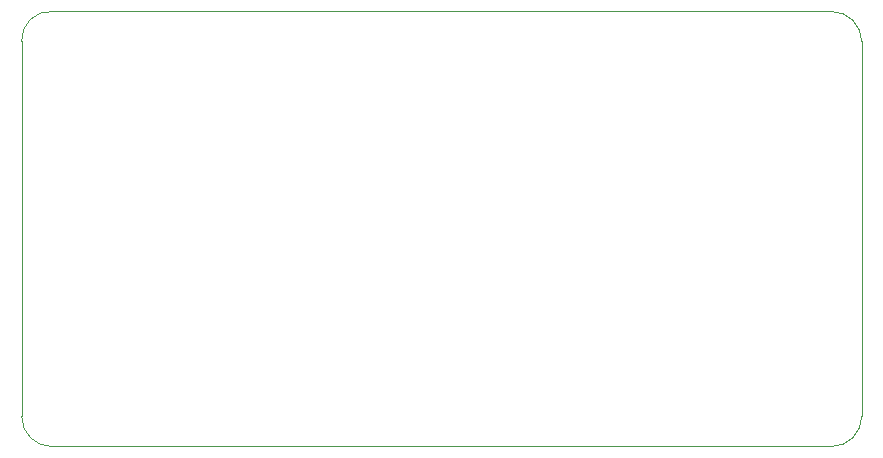
<source format=gbr>
%TF.GenerationSoftware,KiCad,Pcbnew,(6.0.5)*%
%TF.CreationDate,2022-06-10T02:23:15-07:00*%
%TF.ProjectId,TrailAlarm,54726169-6c41-46c6-9172-6d2e6b696361,2*%
%TF.SameCoordinates,Original*%
%TF.FileFunction,Profile,NP*%
%FSLAX46Y46*%
G04 Gerber Fmt 4.6, Leading zero omitted, Abs format (unit mm)*
G04 Created by KiCad (PCBNEW (6.0.5)) date 2022-06-10 02:23:15*
%MOMM*%
%LPD*%
G01*
G04 APERTURE LIST*
%TA.AperFunction,Profile*%
%ADD10C,0.100000*%
%TD*%
G04 APERTURE END LIST*
D10*
X117475000Y-146050000D02*
G75*
G03*
X120015000Y-148590000I2540000J0D01*
G01*
X186055000Y-148590000D02*
X120015000Y-148590000D01*
X186055000Y-148590000D02*
G75*
G03*
X188595000Y-146050000I0J2540000D01*
G01*
X188595000Y-114300000D02*
G75*
G03*
X186055000Y-111760000I-2540000J0D01*
G01*
X120098515Y-111760042D02*
G75*
G03*
X117475000Y-114300000I-216315J-2401458D01*
G01*
X120098519Y-111760000D02*
X186055000Y-111760000D01*
X117475000Y-146050000D02*
X117475000Y-114300000D01*
X188595000Y-114300000D02*
X188595000Y-146050000D01*
M02*

</source>
